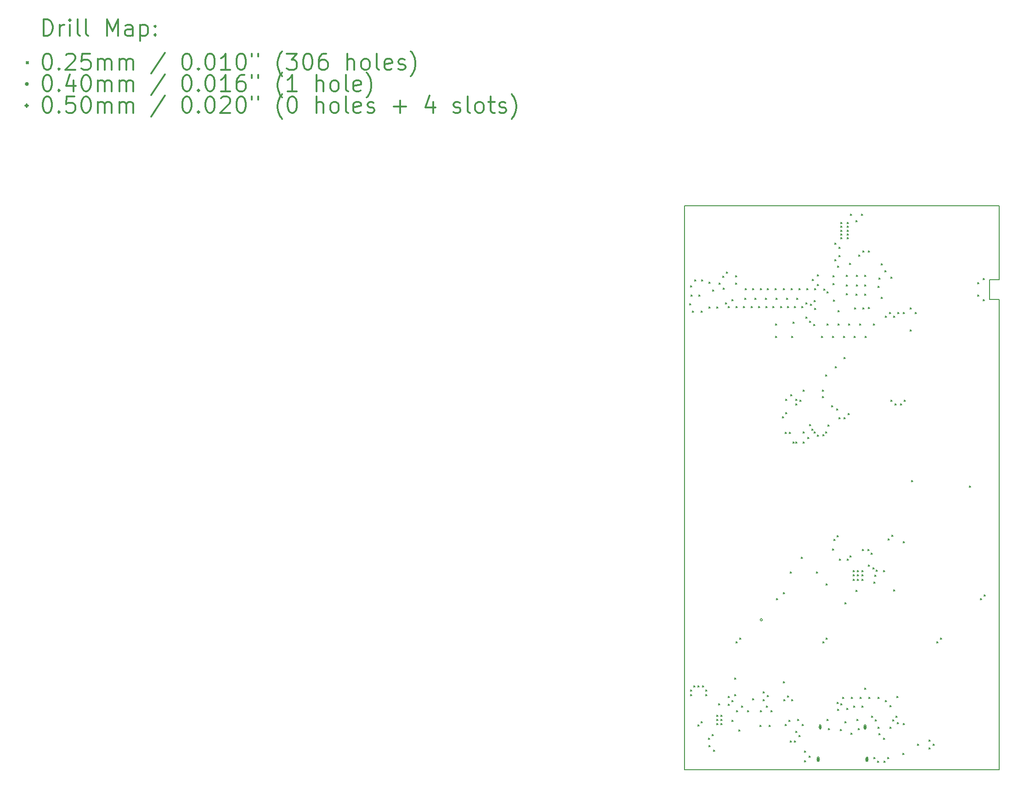
<source format=gbr>
%FSLAX45Y45*%
G04 Gerber Fmt 4.5, Leading zero omitted, Abs format (unit mm)*
G04 Created by KiCad (PCBNEW (5.1.6-0-10_14)) date 2020-08-16 20:11:17*
%MOMM*%
%LPD*%
G01*
G04 APERTURE LIST*
%TA.AperFunction,Profile*%
%ADD10C,0.150000*%
%TD*%
%ADD11C,0.200000*%
%ADD12C,0.300000*%
G04 APERTURE END LIST*
D10*
X17900000Y-5325000D02*
X17900000Y-14000000D01*
X17900000Y-3600000D02*
X17900000Y-4965000D01*
X17720000Y-4965000D02*
X17900000Y-4965000D01*
X17720000Y-5325000D02*
X17720000Y-4965000D01*
X17900000Y-5325000D02*
X17720000Y-5325000D01*
X12100000Y-14000000D02*
X17900000Y-14000000D01*
X12100000Y-3600000D02*
X12100000Y-14000000D01*
X12100000Y-3600000D02*
X17900000Y-3600000D01*
D11*
X12197300Y-5407300D02*
X12222700Y-5432700D01*
X12222700Y-5407300D02*
X12197300Y-5432700D01*
X12207300Y-5077300D02*
X12232700Y-5102700D01*
X12232700Y-5077300D02*
X12207300Y-5102700D01*
X12207300Y-12527300D02*
X12232700Y-12552700D01*
X12232700Y-12527300D02*
X12207300Y-12552700D01*
X12207300Y-12607300D02*
X12232700Y-12632700D01*
X12232700Y-12607300D02*
X12207300Y-12632700D01*
X12217300Y-5247300D02*
X12242700Y-5272700D01*
X12242700Y-5247300D02*
X12217300Y-5272700D01*
X12247300Y-5537300D02*
X12272700Y-5562700D01*
X12272700Y-5537300D02*
X12247300Y-5562700D01*
X12267300Y-12447300D02*
X12292700Y-12472700D01*
X12292700Y-12447300D02*
X12267300Y-12472700D01*
X12287300Y-4967300D02*
X12312700Y-4992700D01*
X12312700Y-4967300D02*
X12287300Y-4992700D01*
X12344800Y-13167300D02*
X12370200Y-13192700D01*
X12370200Y-13167300D02*
X12344800Y-13192700D01*
X12347300Y-12447300D02*
X12372700Y-12472700D01*
X12372700Y-12447300D02*
X12347300Y-12472700D01*
X12367300Y-5247300D02*
X12392700Y-5272700D01*
X12392700Y-5247300D02*
X12367300Y-5272700D01*
X12402300Y-13112300D02*
X12427700Y-13137700D01*
X12427700Y-13112300D02*
X12402300Y-13137700D01*
X12407300Y-5537300D02*
X12432700Y-5562700D01*
X12432700Y-5537300D02*
X12407300Y-5562700D01*
X12417300Y-4967300D02*
X12442700Y-4992700D01*
X12442700Y-4967300D02*
X12417300Y-4992700D01*
X12427300Y-12447300D02*
X12452700Y-12472700D01*
X12452700Y-12447300D02*
X12427300Y-12472700D01*
X12487300Y-12527300D02*
X12512700Y-12552700D01*
X12512700Y-12527300D02*
X12487300Y-12552700D01*
X12487300Y-12607300D02*
X12512700Y-12632700D01*
X12512700Y-12607300D02*
X12487300Y-12632700D01*
X12538300Y-13414300D02*
X12563700Y-13439700D01*
X12563700Y-13414300D02*
X12538300Y-13439700D01*
X12546300Y-13549300D02*
X12571700Y-13574700D01*
X12571700Y-13549300D02*
X12546300Y-13574700D01*
X12547300Y-5007300D02*
X12572700Y-5032700D01*
X12572700Y-5007300D02*
X12547300Y-5032700D01*
X12547300Y-5467300D02*
X12572700Y-5492700D01*
X12572700Y-5467300D02*
X12547300Y-5492700D01*
X12609300Y-13350300D02*
X12634700Y-13375700D01*
X12634700Y-13350300D02*
X12609300Y-13375700D01*
X12617300Y-5147300D02*
X12642700Y-5172700D01*
X12642700Y-5147300D02*
X12617300Y-5172700D01*
X12632300Y-13638300D02*
X12657700Y-13663700D01*
X12657700Y-13638300D02*
X12632300Y-13663700D01*
X12697300Y-5467300D02*
X12722700Y-5492700D01*
X12722700Y-5467300D02*
X12697300Y-5492700D01*
X12723300Y-12776300D02*
X12748700Y-12801700D01*
X12748700Y-12776300D02*
X12723300Y-12801700D01*
X12732300Y-5027300D02*
X12757700Y-5052700D01*
X12757700Y-5027300D02*
X12732300Y-5052700D01*
X12804800Y-4899800D02*
X12830200Y-4925200D01*
X12830200Y-4899800D02*
X12804800Y-4925200D01*
X12812300Y-5117300D02*
X12837700Y-5142700D01*
X12837700Y-5117300D02*
X12812300Y-5142700D01*
X12857300Y-5387300D02*
X12882700Y-5412700D01*
X12882700Y-5387300D02*
X12857300Y-5412700D01*
X12872300Y-4817300D02*
X12897700Y-4842700D01*
X12897700Y-4817300D02*
X12872300Y-4842700D01*
X12903300Y-12645300D02*
X12928700Y-12670700D01*
X12928700Y-12645300D02*
X12903300Y-12670700D01*
X12905300Y-12789300D02*
X12930700Y-12814700D01*
X12930700Y-12789300D02*
X12905300Y-12814700D01*
X12907300Y-5457300D02*
X12932700Y-5482700D01*
X12932700Y-5457300D02*
X12907300Y-5482700D01*
X12969800Y-5327300D02*
X12995200Y-5352700D01*
X12995200Y-5327300D02*
X12969800Y-5352700D01*
X12972300Y-13079800D02*
X12997700Y-13105200D01*
X12997700Y-13079800D02*
X12972300Y-13105200D01*
X12974300Y-12717300D02*
X12999700Y-12742700D01*
X12999700Y-12717300D02*
X12974300Y-12742700D01*
X13027299Y-12307300D02*
X13052699Y-12332700D01*
X13052699Y-12307300D02*
X13027299Y-12332700D01*
X13027300Y-12607300D02*
X13052700Y-12632700D01*
X13052700Y-12607300D02*
X13027300Y-12632700D01*
X13037300Y-4887300D02*
X13062700Y-4912700D01*
X13062700Y-4887300D02*
X13037300Y-4912700D01*
X13044800Y-5027300D02*
X13070200Y-5052700D01*
X13070200Y-5027300D02*
X13044800Y-5052700D01*
X13047300Y-5457300D02*
X13072700Y-5482700D01*
X13072700Y-5457300D02*
X13047300Y-5482700D01*
X13052300Y-11637300D02*
X13077700Y-11662700D01*
X13077700Y-11637300D02*
X13052300Y-11662700D01*
X13059800Y-12907300D02*
X13085200Y-12932700D01*
X13085200Y-12907300D02*
X13059800Y-12932700D01*
X13099800Y-13264800D02*
X13125200Y-13290200D01*
X13125200Y-13264800D02*
X13099800Y-13290200D01*
X13117300Y-11572300D02*
X13142700Y-11597700D01*
X13142700Y-11572300D02*
X13117300Y-11597700D01*
X13147300Y-12822300D02*
X13172700Y-12847700D01*
X13172700Y-12822300D02*
X13147300Y-12847700D01*
X13187300Y-5457300D02*
X13212700Y-5482700D01*
X13212700Y-5457300D02*
X13187300Y-5482700D01*
X13207300Y-5307300D02*
X13232700Y-5332700D01*
X13232700Y-5307300D02*
X13207300Y-5332700D01*
X13217300Y-5127300D02*
X13242700Y-5152700D01*
X13242700Y-5127300D02*
X13217300Y-5152700D01*
X13259800Y-12907300D02*
X13285200Y-12932700D01*
X13285200Y-12907300D02*
X13259800Y-12932700D01*
X13327300Y-5457300D02*
X13352700Y-5482700D01*
X13352700Y-5457300D02*
X13327300Y-5482700D01*
X13354800Y-12684800D02*
X13380200Y-12710200D01*
X13380200Y-12684800D02*
X13354800Y-12710200D01*
X13357300Y-5127300D02*
X13382700Y-5152700D01*
X13382700Y-5127300D02*
X13357300Y-5152700D01*
X13397300Y-5307300D02*
X13422700Y-5332700D01*
X13422700Y-5307300D02*
X13397300Y-5332700D01*
X13467300Y-5457300D02*
X13492700Y-5482700D01*
X13492700Y-5457300D02*
X13467300Y-5482700D01*
X13493300Y-13177300D02*
X13518700Y-13202700D01*
X13518700Y-13177300D02*
X13493300Y-13202700D01*
X13497300Y-5127300D02*
X13522700Y-5152700D01*
X13522700Y-5127300D02*
X13497300Y-5152700D01*
X13499800Y-12907300D02*
X13525200Y-12932700D01*
X13525200Y-12907300D02*
X13499800Y-12932700D01*
X13552300Y-12557300D02*
X13577700Y-12582700D01*
X13577700Y-12557300D02*
X13552300Y-12582700D01*
X13552300Y-12702300D02*
X13577700Y-12727700D01*
X13577700Y-12702300D02*
X13552300Y-12727700D01*
X13587300Y-5307300D02*
X13612700Y-5332700D01*
X13612700Y-5307300D02*
X13587300Y-5332700D01*
X13597300Y-5457300D02*
X13622700Y-5482700D01*
X13622700Y-5457300D02*
X13597300Y-5482700D01*
X13604800Y-12822300D02*
X13630200Y-12847700D01*
X13630200Y-12822300D02*
X13604800Y-12847700D01*
X13622300Y-12629800D02*
X13647700Y-12655200D01*
X13647700Y-12629800D02*
X13622300Y-12655200D01*
X13627300Y-5127300D02*
X13652700Y-5152700D01*
X13652700Y-5127300D02*
X13627300Y-5152700D01*
X13656300Y-13177300D02*
X13681700Y-13202700D01*
X13681700Y-13177300D02*
X13656300Y-13202700D01*
X13692300Y-12907300D02*
X13717700Y-12932700D01*
X13717700Y-12907300D02*
X13692300Y-12932700D01*
X13727300Y-5457300D02*
X13752700Y-5482700D01*
X13752700Y-5457300D02*
X13727300Y-5482700D01*
X13767300Y-5127300D02*
X13792700Y-5152700D01*
X13792700Y-5127300D02*
X13767300Y-5152700D01*
X13777300Y-5777300D02*
X13802700Y-5802700D01*
X13802700Y-5777300D02*
X13777300Y-5802700D01*
X13777300Y-6002300D02*
X13802700Y-6027700D01*
X13802700Y-6002300D02*
X13777300Y-6027700D01*
X13787300Y-5307300D02*
X13812700Y-5332700D01*
X13812700Y-5307300D02*
X13787300Y-5332700D01*
X13797300Y-10837300D02*
X13822700Y-10862700D01*
X13822700Y-10837300D02*
X13797300Y-10862700D01*
X13867300Y-5457300D02*
X13892700Y-5482700D01*
X13892700Y-5457300D02*
X13867300Y-5482700D01*
X13907300Y-7487300D02*
X13932700Y-7512700D01*
X13932700Y-7487300D02*
X13907300Y-7512700D01*
X13917300Y-5127300D02*
X13942700Y-5152700D01*
X13942700Y-5127300D02*
X13917300Y-5152700D01*
X13917300Y-10727300D02*
X13942700Y-10752700D01*
X13942700Y-10727300D02*
X13917300Y-10752700D01*
X13917300Y-12372300D02*
X13942700Y-12397700D01*
X13942700Y-12372300D02*
X13917300Y-12397700D01*
X13927300Y-12705300D02*
X13952700Y-12730700D01*
X13952700Y-12705300D02*
X13927300Y-12730700D01*
X13952300Y-13159800D02*
X13977700Y-13185200D01*
X13977700Y-13159800D02*
X13952300Y-13185200D01*
X13957300Y-7777300D02*
X13982700Y-7802700D01*
X13982700Y-7777300D02*
X13957300Y-7802700D01*
X13967300Y-7167300D02*
X13992700Y-7192700D01*
X13992700Y-7167300D02*
X13967300Y-7192700D01*
X13967300Y-7407300D02*
X13992700Y-7432700D01*
X13992700Y-7407300D02*
X13967300Y-7432700D01*
X13977300Y-5307300D02*
X14002700Y-5332700D01*
X14002700Y-5307300D02*
X13977300Y-5332700D01*
X13997300Y-5457300D02*
X14022700Y-5482700D01*
X14022700Y-5457300D02*
X13997300Y-5482700D01*
X13999300Y-12635300D02*
X14024700Y-12660700D01*
X14024700Y-12635300D02*
X13999300Y-12660700D01*
X14022300Y-13084800D02*
X14047700Y-13110200D01*
X14047700Y-13084800D02*
X14022300Y-13110200D01*
X14032300Y-7777300D02*
X14057700Y-7802700D01*
X14057700Y-7777300D02*
X14032300Y-7802700D01*
X14052300Y-10349800D02*
X14077700Y-10375200D01*
X14077700Y-10349800D02*
X14052300Y-10375200D01*
X14057300Y-7082300D02*
X14082700Y-7107700D01*
X14082700Y-7082300D02*
X14057300Y-7107700D01*
X14067300Y-5127300D02*
X14092700Y-5152700D01*
X14092700Y-5127300D02*
X14067300Y-5152700D01*
X14073300Y-12704300D02*
X14098700Y-12729700D01*
X14098700Y-12704300D02*
X14073300Y-12729700D01*
X14077300Y-6002300D02*
X14102700Y-6027700D01*
X14102700Y-6002300D02*
X14077300Y-6027700D01*
X14097300Y-5742300D02*
X14122700Y-5767700D01*
X14122700Y-5742300D02*
X14097300Y-5767700D01*
X14097300Y-7957300D02*
X14122700Y-7982700D01*
X14122700Y-7957300D02*
X14097300Y-7982700D01*
X14127300Y-5457300D02*
X14152700Y-5482700D01*
X14152700Y-5457300D02*
X14127300Y-5482700D01*
X14147300Y-7167300D02*
X14172700Y-7192700D01*
X14172700Y-7167300D02*
X14147300Y-7192700D01*
X14147300Y-7252300D02*
X14172700Y-7277700D01*
X14172700Y-7252300D02*
X14147300Y-7277700D01*
X14152300Y-7957300D02*
X14177700Y-7982700D01*
X14177700Y-7957300D02*
X14152300Y-7982700D01*
X14152300Y-13287300D02*
X14177700Y-13312700D01*
X14177700Y-13287300D02*
X14152300Y-13312700D01*
X14167300Y-5307300D02*
X14192700Y-5332700D01*
X14192700Y-5307300D02*
X14167300Y-5332700D01*
X14181300Y-13070300D02*
X14206700Y-13095700D01*
X14206700Y-13070300D02*
X14181300Y-13095700D01*
X14207300Y-5127300D02*
X14232700Y-5152700D01*
X14232700Y-5127300D02*
X14207300Y-5152700D01*
X14207300Y-13362300D02*
X14232700Y-13387700D01*
X14232700Y-13362300D02*
X14207300Y-13387700D01*
X14222300Y-7182300D02*
X14247700Y-7207700D01*
X14247700Y-7182300D02*
X14222300Y-7207700D01*
X14254800Y-10074800D02*
X14280200Y-10100200D01*
X14280200Y-10074800D02*
X14254800Y-10100200D01*
X14257300Y-5457300D02*
X14282700Y-5482700D01*
X14282700Y-5457300D02*
X14257300Y-5482700D01*
X14265300Y-13159300D02*
X14290700Y-13184700D01*
X14290700Y-13159300D02*
X14265300Y-13184700D01*
X14282300Y-7767300D02*
X14307700Y-7792700D01*
X14307700Y-7767300D02*
X14282300Y-7792700D01*
X14282300Y-7957300D02*
X14307700Y-7982700D01*
X14307700Y-7957300D02*
X14282300Y-7982700D01*
X14287300Y-6992300D02*
X14312700Y-7017700D01*
X14312700Y-6992300D02*
X14287300Y-7017700D01*
X14310300Y-13652300D02*
X14335700Y-13677700D01*
X14335700Y-13652300D02*
X14310300Y-13677700D01*
X14310300Y-13832300D02*
X14335700Y-13857700D01*
X14335700Y-13832300D02*
X14310300Y-13857700D01*
X14335300Y-5653300D02*
X14360700Y-5678700D01*
X14360700Y-5653300D02*
X14335300Y-5678700D01*
X14337300Y-5387300D02*
X14362700Y-5412700D01*
X14362700Y-5387300D02*
X14337300Y-5412700D01*
X14352300Y-5127300D02*
X14377700Y-5152700D01*
X14377700Y-5127300D02*
X14352300Y-5152700D01*
X14367300Y-7867300D02*
X14392700Y-7892700D01*
X14392700Y-7867300D02*
X14367300Y-7892700D01*
X14397300Y-13742300D02*
X14422700Y-13767700D01*
X14422700Y-13742300D02*
X14397300Y-13767700D01*
X14406300Y-5727300D02*
X14431700Y-5752700D01*
X14431700Y-5727300D02*
X14406300Y-5752700D01*
X14407300Y-7632300D02*
X14432700Y-7657700D01*
X14432700Y-7632300D02*
X14407300Y-7657700D01*
X14422300Y-5417300D02*
X14447700Y-5442700D01*
X14447700Y-5417300D02*
X14422300Y-5442700D01*
X14447300Y-7717300D02*
X14472700Y-7742700D01*
X14472700Y-7717300D02*
X14447300Y-7742700D01*
X14457300Y-4957300D02*
X14482700Y-4982700D01*
X14482700Y-4957300D02*
X14457300Y-4982700D01*
X14478300Y-5785300D02*
X14503700Y-5810700D01*
X14503700Y-5785300D02*
X14478300Y-5810700D01*
X14487300Y-7768619D02*
X14512700Y-7794019D01*
X14512700Y-7768619D02*
X14487300Y-7794019D01*
X14492300Y-5344800D02*
X14517700Y-5370200D01*
X14517700Y-5344800D02*
X14492300Y-5370200D01*
X14494800Y-5489800D02*
X14520200Y-5515200D01*
X14520200Y-5489800D02*
X14494800Y-5515200D01*
X14497300Y-5127300D02*
X14522700Y-5152700D01*
X14522700Y-5127300D02*
X14497300Y-5152700D01*
X14532300Y-10352300D02*
X14557700Y-10377700D01*
X14557700Y-10352300D02*
X14532300Y-10377700D01*
X14547300Y-4867300D02*
X14572700Y-4892700D01*
X14572700Y-4867300D02*
X14547300Y-4892700D01*
X14547300Y-5047300D02*
X14572700Y-5072700D01*
X14572700Y-5047300D02*
X14547300Y-5072700D01*
X14547300Y-7827300D02*
X14572700Y-7852700D01*
X14572700Y-7827300D02*
X14547300Y-7852700D01*
X14627300Y-6002300D02*
X14652700Y-6027700D01*
X14652700Y-6002300D02*
X14627300Y-6027700D01*
X14642300Y-6992300D02*
X14667700Y-7017700D01*
X14667700Y-6992300D02*
X14642300Y-7017700D01*
X14642300Y-7112300D02*
X14667700Y-7137700D01*
X14667700Y-7112300D02*
X14642300Y-7137700D01*
X14647300Y-7817300D02*
X14672700Y-7842700D01*
X14672700Y-7817300D02*
X14647300Y-7842700D01*
X14652300Y-11637300D02*
X14677700Y-11662700D01*
X14677700Y-11637300D02*
X14652300Y-11662700D01*
X14667300Y-5137300D02*
X14692700Y-5162700D01*
X14692700Y-5137300D02*
X14667300Y-5162700D01*
X14697300Y-7767300D02*
X14722700Y-7792700D01*
X14722700Y-7767300D02*
X14697300Y-7792700D01*
X14702300Y-6717300D02*
X14727700Y-6742700D01*
X14727700Y-6717300D02*
X14702300Y-6742700D01*
X14709800Y-10567300D02*
X14735200Y-10592700D01*
X14735200Y-10567300D02*
X14709800Y-10592700D01*
X14712300Y-11572300D02*
X14737700Y-11597700D01*
X14737700Y-11572300D02*
X14712300Y-11597700D01*
X14727300Y-5187300D02*
X14752700Y-5212700D01*
X14752700Y-5187300D02*
X14727300Y-5212700D01*
X14727300Y-5777300D02*
X14752700Y-5802700D01*
X14752700Y-5777300D02*
X14727300Y-5802700D01*
X14727300Y-13067300D02*
X14752700Y-13092700D01*
X14752700Y-13067300D02*
X14727300Y-13092700D01*
X14742300Y-7637300D02*
X14767700Y-7662700D01*
X14767700Y-7637300D02*
X14742300Y-7662700D01*
X14752300Y-13232300D02*
X14777700Y-13257700D01*
X14777700Y-13232300D02*
X14752300Y-13257700D01*
X14812300Y-7287300D02*
X14837700Y-7312700D01*
X14837700Y-7287300D02*
X14812300Y-7312700D01*
X14827300Y-6002300D02*
X14852700Y-6027700D01*
X14852700Y-6002300D02*
X14827300Y-6027700D01*
X14829800Y-9927300D02*
X14855200Y-9952700D01*
X14855200Y-9927300D02*
X14829800Y-9952700D01*
X14839284Y-5035939D02*
X14864684Y-5061339D01*
X14864684Y-5035939D02*
X14839284Y-5061339D01*
X14839300Y-4886300D02*
X14864700Y-4911700D01*
X14864700Y-4886300D02*
X14839300Y-4911700D01*
X14846300Y-5337300D02*
X14871700Y-5362700D01*
X14871700Y-5337300D02*
X14846300Y-5362700D01*
X14852300Y-9747300D02*
X14877700Y-9772700D01*
X14877700Y-9747300D02*
X14852300Y-9772700D01*
X14869800Y-4289800D02*
X14895200Y-4315200D01*
X14895200Y-4289800D02*
X14869800Y-4315200D01*
X14869800Y-4592300D02*
X14895200Y-4617700D01*
X14895200Y-4592300D02*
X14869800Y-4617700D01*
X14877300Y-6562300D02*
X14902700Y-6587700D01*
X14902700Y-6562300D02*
X14877300Y-6587700D01*
X14899800Y-7339800D02*
X14925200Y-7365200D01*
X14925200Y-7339800D02*
X14899800Y-7365200D01*
X14912300Y-9682300D02*
X14937700Y-9707700D01*
X14937700Y-9682300D02*
X14912300Y-9707700D01*
X14914800Y-12749800D02*
X14940200Y-12775200D01*
X14940200Y-12749800D02*
X14914800Y-12775200D01*
X14917300Y-12877300D02*
X14942700Y-12902700D01*
X14942700Y-12877300D02*
X14917300Y-12902700D01*
X14918300Y-4713300D02*
X14943700Y-4738700D01*
X14943700Y-4713300D02*
X14918300Y-4738700D01*
X14927300Y-5777300D02*
X14952700Y-5802700D01*
X14952700Y-5777300D02*
X14927300Y-5802700D01*
X14932300Y-5532300D02*
X14957700Y-5557700D01*
X14957700Y-5532300D02*
X14932300Y-5557700D01*
X14942300Y-4362300D02*
X14967700Y-4387700D01*
X14967700Y-4362300D02*
X14942300Y-4387700D01*
X14942300Y-4519800D02*
X14967700Y-4545200D01*
X14967700Y-4519800D02*
X14942300Y-4545200D01*
X14944800Y-7504800D02*
X14970200Y-7530200D01*
X14970200Y-7504800D02*
X14944800Y-7530200D01*
X14952300Y-10114800D02*
X14977700Y-10140200D01*
X14977700Y-10114800D02*
X14952300Y-10140200D01*
X14974800Y-13257300D02*
X15000200Y-13282700D01*
X15000200Y-13257300D02*
X14974800Y-13282700D01*
X14977300Y-3907300D02*
X15002700Y-3932700D01*
X15002700Y-3907300D02*
X14977300Y-3932700D01*
X14977300Y-3977300D02*
X15002700Y-4002700D01*
X15002700Y-3977300D02*
X14977300Y-4002700D01*
X14977300Y-4047300D02*
X15002700Y-4072700D01*
X15002700Y-4047300D02*
X14977300Y-4072700D01*
X14977300Y-4117300D02*
X15002700Y-4142700D01*
X15002700Y-4117300D02*
X14977300Y-4142700D01*
X14977300Y-4187300D02*
X15002700Y-4212700D01*
X15002700Y-4187300D02*
X14977300Y-4212700D01*
X14977300Y-12782300D02*
X15002700Y-12807700D01*
X15002700Y-12782300D02*
X14977300Y-12807700D01*
X15014800Y-12659800D02*
X15040200Y-12685200D01*
X15040200Y-12659800D02*
X15014800Y-12685200D01*
X15027300Y-6002300D02*
X15052700Y-6027700D01*
X15052700Y-6002300D02*
X15027300Y-6027700D01*
X15042300Y-6397300D02*
X15067700Y-6422700D01*
X15067700Y-6397300D02*
X15042300Y-6422700D01*
X15042300Y-7502300D02*
X15067700Y-7527700D01*
X15067700Y-7502300D02*
X15042300Y-7527700D01*
X15052300Y-13107300D02*
X15077700Y-13132700D01*
X15077700Y-13107300D02*
X15052300Y-13132700D01*
X15054800Y-10917300D02*
X15080200Y-10942700D01*
X15080200Y-10917300D02*
X15054800Y-10942700D01*
X15080300Y-5222300D02*
X15105700Y-5247700D01*
X15105700Y-5222300D02*
X15080300Y-5247700D01*
X15081300Y-4879300D02*
X15106700Y-4904700D01*
X15106700Y-4879300D02*
X15081300Y-4904700D01*
X15082300Y-5057300D02*
X15107700Y-5082700D01*
X15107700Y-5057300D02*
X15082300Y-5082700D01*
X15087300Y-12862300D02*
X15112700Y-12887700D01*
X15112700Y-12862300D02*
X15087300Y-12887700D01*
X15094800Y-10114800D02*
X15120200Y-10140200D01*
X15120200Y-10114800D02*
X15094800Y-10140200D01*
X15097300Y-3907300D02*
X15122700Y-3932700D01*
X15122700Y-3907300D02*
X15097300Y-3932700D01*
X15097300Y-3977300D02*
X15122700Y-4002700D01*
X15122700Y-3977300D02*
X15097300Y-4002700D01*
X15097300Y-4047300D02*
X15122700Y-4072700D01*
X15122700Y-4047300D02*
X15097300Y-4072700D01*
X15097300Y-4117300D02*
X15122700Y-4142700D01*
X15122700Y-4117300D02*
X15097300Y-4142700D01*
X15097300Y-4187300D02*
X15122700Y-4212700D01*
X15122700Y-4187300D02*
X15097300Y-4212700D01*
X15114800Y-7424800D02*
X15140200Y-7450200D01*
X15140200Y-7424800D02*
X15114800Y-7450200D01*
X15127300Y-5777300D02*
X15152700Y-5802700D01*
X15152700Y-5777300D02*
X15127300Y-5802700D01*
X15136300Y-4662300D02*
X15161700Y-4687700D01*
X15161700Y-4662300D02*
X15136300Y-4687700D01*
X15147300Y-10052300D02*
X15172700Y-10077700D01*
X15172700Y-10052300D02*
X15147300Y-10077700D01*
X15155300Y-3755300D02*
X15180700Y-3780700D01*
X15180700Y-3755300D02*
X15155300Y-3780700D01*
X15162300Y-13319800D02*
X15187700Y-13345200D01*
X15187700Y-13319800D02*
X15162300Y-13345200D01*
X15172300Y-12657300D02*
X15197700Y-12682700D01*
X15197700Y-12657300D02*
X15172300Y-12682700D01*
X15217300Y-12819800D02*
X15242700Y-12845200D01*
X15242700Y-12819800D02*
X15217300Y-12845200D01*
X15227300Y-6002300D02*
X15252700Y-6027700D01*
X15252700Y-6002300D02*
X15227300Y-6027700D01*
X15237300Y-5477300D02*
X15262700Y-5502700D01*
X15262700Y-5477300D02*
X15237300Y-5502700D01*
X15259300Y-3873300D02*
X15284700Y-3898700D01*
X15284700Y-3873300D02*
X15259300Y-3898700D01*
X15262300Y-5227300D02*
X15287700Y-5252700D01*
X15287700Y-5227300D02*
X15262300Y-5252700D01*
X15262300Y-10687300D02*
X15287700Y-10712700D01*
X15287700Y-10687300D02*
X15262300Y-10712700D01*
X15263300Y-5057300D02*
X15288700Y-5082700D01*
X15288700Y-5057300D02*
X15263300Y-5082700D01*
X15267300Y-4880300D02*
X15292700Y-4905700D01*
X15292700Y-4880300D02*
X15267300Y-4905700D01*
X15277300Y-13067300D02*
X15302700Y-13092700D01*
X15302700Y-13067300D02*
X15277300Y-13092700D01*
X15302300Y-13237300D02*
X15327700Y-13262700D01*
X15327700Y-13237300D02*
X15302300Y-13262700D01*
X15312300Y-4503300D02*
X15337700Y-4528700D01*
X15337700Y-4503300D02*
X15312300Y-4528700D01*
X15327300Y-5777300D02*
X15352700Y-5802700D01*
X15352700Y-5777300D02*
X15327300Y-5802700D01*
X15332300Y-12657300D02*
X15357700Y-12682700D01*
X15357700Y-12657300D02*
X15332300Y-12682700D01*
X15361300Y-3755300D02*
X15386700Y-3780700D01*
X15386700Y-3755300D02*
X15361300Y-3780700D01*
X15367300Y-12819800D02*
X15392700Y-12845200D01*
X15392700Y-12819800D02*
X15367300Y-12845200D01*
X15380300Y-9930301D02*
X15405700Y-9955701D01*
X15405700Y-9930301D02*
X15380300Y-9955701D01*
X15387300Y-4432300D02*
X15412700Y-4457700D01*
X15412700Y-4432300D02*
X15387300Y-4457700D01*
X15387300Y-5477300D02*
X15412700Y-5502700D01*
X15412700Y-5477300D02*
X15387300Y-5502700D01*
X15416300Y-5056300D02*
X15441700Y-5081700D01*
X15441700Y-5056300D02*
X15416300Y-5081700D01*
X15417300Y-5225300D02*
X15442700Y-5250700D01*
X15442700Y-5225300D02*
X15417300Y-5250700D01*
X15417300Y-12492300D02*
X15442700Y-12517700D01*
X15442700Y-12492300D02*
X15417300Y-12517700D01*
X15420300Y-4880300D02*
X15445700Y-4905700D01*
X15445700Y-4880300D02*
X15420300Y-4905700D01*
X15427300Y-6002300D02*
X15452700Y-6027700D01*
X15452700Y-6002300D02*
X15427300Y-6027700D01*
X15477300Y-9932300D02*
X15502700Y-9957700D01*
X15502700Y-9932300D02*
X15477300Y-9957700D01*
X15486300Y-5471300D02*
X15511700Y-5496700D01*
X15511700Y-5471300D02*
X15486300Y-5496700D01*
X15487300Y-10222300D02*
X15512700Y-10247700D01*
X15512700Y-10222300D02*
X15487300Y-10247700D01*
X15488300Y-4433300D02*
X15513700Y-4458700D01*
X15513700Y-4433300D02*
X15488300Y-4458700D01*
X15497300Y-12657300D02*
X15522700Y-12682700D01*
X15522700Y-12657300D02*
X15497300Y-12682700D01*
X15542300Y-10002300D02*
X15567700Y-10027700D01*
X15567700Y-10002300D02*
X15542300Y-10027700D01*
X15549800Y-13007300D02*
X15575200Y-13032700D01*
X15575200Y-13007300D02*
X15549800Y-13032700D01*
X15568300Y-10276300D02*
X15593700Y-10301700D01*
X15593700Y-10276300D02*
X15568300Y-10301700D01*
X15577300Y-5777300D02*
X15602700Y-5802700D01*
X15602700Y-5777300D02*
X15577300Y-5802700D01*
X15586300Y-13768300D02*
X15611700Y-13793700D01*
X15611700Y-13768300D02*
X15586300Y-13793700D01*
X15592300Y-10537300D02*
X15617700Y-10562700D01*
X15617700Y-10537300D02*
X15592300Y-10562700D01*
X15610300Y-10404300D02*
X15635700Y-10429700D01*
X15635700Y-10404300D02*
X15610300Y-10429700D01*
X15614800Y-13072300D02*
X15640200Y-13097700D01*
X15640200Y-13072300D02*
X15614800Y-13097700D01*
X15634300Y-10316300D02*
X15659700Y-10341700D01*
X15659700Y-10316300D02*
X15634300Y-10341700D01*
X15660300Y-13840300D02*
X15685700Y-13865700D01*
X15685700Y-13840300D02*
X15660300Y-13865700D01*
X15662300Y-5086300D02*
X15687700Y-5111700D01*
X15687700Y-5086300D02*
X15662300Y-5111700D01*
X15662300Y-12657300D02*
X15687700Y-12682700D01*
X15687700Y-12657300D02*
X15662300Y-12682700D01*
X15662300Y-13212300D02*
X15687700Y-13237700D01*
X15687700Y-13212300D02*
X15662300Y-13237700D01*
X15679800Y-13332300D02*
X15705200Y-13357700D01*
X15705200Y-13332300D02*
X15679800Y-13357700D01*
X15682300Y-4932300D02*
X15707700Y-4957700D01*
X15707700Y-4932300D02*
X15682300Y-4957700D01*
X15727300Y-4672300D02*
X15752700Y-4697700D01*
X15752700Y-4672300D02*
X15727300Y-4697700D01*
X15727300Y-5286939D02*
X15752700Y-5312339D01*
X15752700Y-5286939D02*
X15727300Y-5312339D01*
X15764800Y-13417300D02*
X15790200Y-13442700D01*
X15790200Y-13417300D02*
X15764800Y-13442700D01*
X15769299Y-10325301D02*
X15794699Y-10350701D01*
X15794699Y-10325301D02*
X15769299Y-10350701D01*
X15773300Y-13840300D02*
X15798700Y-13865700D01*
X15798700Y-13840300D02*
X15773300Y-13865700D01*
X15792300Y-4797300D02*
X15817700Y-4822700D01*
X15817700Y-4797300D02*
X15792300Y-4822700D01*
X15802300Y-5637300D02*
X15827700Y-5662700D01*
X15827700Y-5637300D02*
X15802300Y-5662700D01*
X15804800Y-12719800D02*
X15830200Y-12745200D01*
X15830200Y-12719800D02*
X15804800Y-12745200D01*
X15844300Y-13770300D02*
X15869700Y-13795700D01*
X15869700Y-13770300D02*
X15844300Y-13795700D01*
X15852300Y-9737300D02*
X15877700Y-9762700D01*
X15877700Y-9737300D02*
X15852300Y-9762700D01*
X15877300Y-5567300D02*
X15902700Y-5592700D01*
X15902700Y-5567300D02*
X15877300Y-5592700D01*
X15884800Y-12809800D02*
X15910200Y-12835200D01*
X15910200Y-12809800D02*
X15884800Y-12835200D01*
X15884800Y-13209800D02*
X15910200Y-13235200D01*
X15910200Y-13209800D02*
X15884800Y-13235200D01*
X15902300Y-4917300D02*
X15927700Y-4942700D01*
X15927700Y-4917300D02*
X15902300Y-4942700D01*
X15902300Y-7180300D02*
X15927700Y-7205700D01*
X15927700Y-7180300D02*
X15902300Y-7205700D01*
X15917300Y-9672300D02*
X15942700Y-9697700D01*
X15942700Y-9672300D02*
X15917300Y-9697700D01*
X15934800Y-13074800D02*
X15960200Y-13100200D01*
X15960200Y-13074800D02*
X15934800Y-13100200D01*
X15952300Y-5637300D02*
X15977700Y-5662700D01*
X15977700Y-5637300D02*
X15952300Y-5662700D01*
X15957300Y-10677300D02*
X15982700Y-10702700D01*
X15982700Y-10677300D02*
X15957300Y-10702700D01*
X15978300Y-7252300D02*
X16003700Y-7277700D01*
X16003700Y-7252300D02*
X15978300Y-7277700D01*
X15999800Y-13009800D02*
X16025200Y-13035200D01*
X16025200Y-13009800D02*
X15999800Y-13035200D01*
X16009800Y-12639800D02*
X16035200Y-12665200D01*
X16035200Y-12639800D02*
X16009800Y-12665200D01*
X16017300Y-13129800D02*
X16042700Y-13155200D01*
X16042700Y-13129800D02*
X16017300Y-13155200D01*
X16027300Y-5567300D02*
X16052700Y-5592700D01*
X16052700Y-5567300D02*
X16027300Y-5592700D01*
X16078300Y-7253300D02*
X16103700Y-7278700D01*
X16103700Y-7253300D02*
X16078300Y-7278700D01*
X16119800Y-13694800D02*
X16145200Y-13720200D01*
X16145200Y-13694800D02*
X16119800Y-13720200D01*
X16127300Y-5569800D02*
X16152700Y-5595200D01*
X16152700Y-5569800D02*
X16127300Y-5595200D01*
X16127300Y-13144300D02*
X16152700Y-13169700D01*
X16152700Y-13144300D02*
X16127300Y-13169700D01*
X16132300Y-9792300D02*
X16157700Y-9817700D01*
X16157700Y-9792300D02*
X16132300Y-9817700D01*
X16149300Y-7182300D02*
X16174700Y-7207700D01*
X16174700Y-7182300D02*
X16149300Y-7207700D01*
X16254300Y-5888300D02*
X16279700Y-5913700D01*
X16279700Y-5888300D02*
X16254300Y-5913700D01*
X16259300Y-5479300D02*
X16284700Y-5504700D01*
X16284700Y-5479300D02*
X16259300Y-5504700D01*
X16287300Y-8667300D02*
X16312700Y-8692700D01*
X16312700Y-8667300D02*
X16287300Y-8692700D01*
X16348300Y-5562300D02*
X16373700Y-5587700D01*
X16373700Y-5562300D02*
X16348300Y-5587700D01*
X16397300Y-13522300D02*
X16422700Y-13547700D01*
X16422700Y-13522300D02*
X16397300Y-13547700D01*
X16609300Y-13449300D02*
X16634700Y-13474700D01*
X16634700Y-13449300D02*
X16609300Y-13474700D01*
X16609300Y-13594300D02*
X16634700Y-13619700D01*
X16634700Y-13594300D02*
X16609300Y-13619700D01*
X16680300Y-13523300D02*
X16705700Y-13548700D01*
X16705700Y-13523300D02*
X16680300Y-13548700D01*
X16752300Y-11637300D02*
X16777700Y-11662700D01*
X16777700Y-11637300D02*
X16752300Y-11662700D01*
X16817300Y-11572300D02*
X16842700Y-11597700D01*
X16842700Y-11572300D02*
X16817300Y-11597700D01*
X17347300Y-8767300D02*
X17372700Y-8792700D01*
X17372700Y-8767300D02*
X17347300Y-8792700D01*
X17502300Y-5017300D02*
X17527700Y-5042700D01*
X17527700Y-5017300D02*
X17502300Y-5042700D01*
X17502300Y-5247300D02*
X17527700Y-5272700D01*
X17527700Y-5247300D02*
X17502300Y-5272700D01*
X17552300Y-10837300D02*
X17577700Y-10862700D01*
X17577700Y-10837300D02*
X17552300Y-10862700D01*
X17607300Y-4937300D02*
X17632700Y-4962700D01*
X17632700Y-4937300D02*
X17607300Y-4962700D01*
X17607300Y-5327300D02*
X17632700Y-5352700D01*
X17632700Y-5327300D02*
X17607300Y-5352700D01*
X17617300Y-10772300D02*
X17642700Y-10797700D01*
X17642700Y-10772300D02*
X17617300Y-10797700D01*
X15208560Y-10323560D02*
X15233960Y-10348960D01*
X15233960Y-10323560D02*
X15208560Y-10348960D01*
X15208560Y-10402300D02*
X15233960Y-10427700D01*
X15233960Y-10402300D02*
X15208560Y-10427700D01*
X15208560Y-10481040D02*
X15233960Y-10506440D01*
X15233960Y-10481040D02*
X15208560Y-10506440D01*
X15287300Y-10323560D02*
X15312700Y-10348960D01*
X15312700Y-10323560D02*
X15287300Y-10348960D01*
X15287300Y-10402300D02*
X15312700Y-10427700D01*
X15312700Y-10402300D02*
X15287300Y-10427700D01*
X15287300Y-10481040D02*
X15312700Y-10506440D01*
X15312700Y-10481040D02*
X15287300Y-10506440D01*
X15366040Y-10323560D02*
X15391440Y-10348960D01*
X15391440Y-10323560D02*
X15366040Y-10348960D01*
X15366040Y-10402300D02*
X15391440Y-10427700D01*
X15391440Y-10402300D02*
X15366040Y-10427700D01*
X15366040Y-10481040D02*
X15391440Y-10506440D01*
X15391440Y-10481040D02*
X15366040Y-10506440D01*
X14047930Y-13467300D02*
X14073330Y-13492700D01*
X14073330Y-13467300D02*
X14047930Y-13492700D01*
X14126670Y-13467300D02*
X14152070Y-13492700D01*
X14152070Y-13467300D02*
X14126670Y-13492700D01*
X12690430Y-12988560D02*
X12715830Y-13013960D01*
X12715830Y-12988560D02*
X12690430Y-13013960D01*
X12690430Y-13067300D02*
X12715830Y-13092700D01*
X12715830Y-13067300D02*
X12690430Y-13092700D01*
X12690430Y-13146040D02*
X12715830Y-13171440D01*
X12715830Y-13146040D02*
X12690430Y-13171440D01*
X12769170Y-12988560D02*
X12794570Y-13013960D01*
X12794570Y-12988560D02*
X12769170Y-13013960D01*
X12769170Y-13067300D02*
X12794570Y-13092700D01*
X12794570Y-13067300D02*
X12769170Y-13092700D01*
X12769170Y-13146040D02*
X12794570Y-13171440D01*
X12794570Y-13146040D02*
X12769170Y-13171440D01*
X13535000Y-11235000D02*
G75*
G03*
X13535000Y-11235000I-20000J0D01*
G01*
X14566000Y-13780000D02*
X14566000Y-13830000D01*
X14541000Y-13805000D02*
X14591000Y-13805000D01*
X14581000Y-13835000D02*
X14581000Y-13775000D01*
X14551000Y-13835000D02*
X14551000Y-13775000D01*
X14581000Y-13775000D02*
G75*
G03*
X14551000Y-13775000I-15000J0D01*
G01*
X14551000Y-13835000D02*
G75*
G03*
X14581000Y-13835000I15000J0D01*
G01*
X14602000Y-13185000D02*
X14602000Y-13235000D01*
X14577000Y-13210000D02*
X14627000Y-13210000D01*
X14617000Y-13240000D02*
X14617000Y-13180000D01*
X14587000Y-13240000D02*
X14587000Y-13180000D01*
X14617000Y-13180000D02*
G75*
G03*
X14587000Y-13180000I-15000J0D01*
G01*
X14587000Y-13240000D02*
G75*
G03*
X14617000Y-13240000I15000J0D01*
G01*
X15428000Y-13185000D02*
X15428000Y-13235000D01*
X15403000Y-13210000D02*
X15453000Y-13210000D01*
X15443000Y-13240000D02*
X15443000Y-13180000D01*
X15413000Y-13240000D02*
X15413000Y-13180000D01*
X15443000Y-13180000D02*
G75*
G03*
X15413000Y-13180000I-15000J0D01*
G01*
X15413000Y-13240000D02*
G75*
G03*
X15443000Y-13240000I15000J0D01*
G01*
X15464000Y-13780000D02*
X15464000Y-13830000D01*
X15439000Y-13805000D02*
X15489000Y-13805000D01*
X15479000Y-13835000D02*
X15479000Y-13775000D01*
X15449000Y-13835000D02*
X15449000Y-13775000D01*
X15479000Y-13775000D02*
G75*
G03*
X15449000Y-13775000I-15000J0D01*
G01*
X15449000Y-13835000D02*
G75*
G03*
X15479000Y-13835000I15000J0D01*
G01*
D12*
X286429Y-465714D02*
X286429Y-165714D01*
X357857Y-165714D01*
X400714Y-180000D01*
X429286Y-208571D01*
X443571Y-237143D01*
X457857Y-294286D01*
X457857Y-337143D01*
X443571Y-394286D01*
X429286Y-422857D01*
X400714Y-451428D01*
X357857Y-465714D01*
X286429Y-465714D01*
X586429Y-465714D02*
X586429Y-265714D01*
X586429Y-322857D02*
X600714Y-294286D01*
X615000Y-280000D01*
X643571Y-265714D01*
X672143Y-265714D01*
X772143Y-465714D02*
X772143Y-265714D01*
X772143Y-165714D02*
X757857Y-180000D01*
X772143Y-194286D01*
X786428Y-180000D01*
X772143Y-165714D01*
X772143Y-194286D01*
X957857Y-465714D02*
X929286Y-451428D01*
X915000Y-422857D01*
X915000Y-165714D01*
X1115000Y-465714D02*
X1086429Y-451428D01*
X1072143Y-422857D01*
X1072143Y-165714D01*
X1457857Y-465714D02*
X1457857Y-165714D01*
X1557857Y-380000D01*
X1657857Y-165714D01*
X1657857Y-465714D01*
X1929286Y-465714D02*
X1929286Y-308571D01*
X1915000Y-280000D01*
X1886428Y-265714D01*
X1829286Y-265714D01*
X1800714Y-280000D01*
X1929286Y-451428D02*
X1900714Y-465714D01*
X1829286Y-465714D01*
X1800714Y-451428D01*
X1786428Y-422857D01*
X1786428Y-394286D01*
X1800714Y-365714D01*
X1829286Y-351428D01*
X1900714Y-351428D01*
X1929286Y-337143D01*
X2072143Y-265714D02*
X2072143Y-565714D01*
X2072143Y-280000D02*
X2100714Y-265714D01*
X2157857Y-265714D01*
X2186429Y-280000D01*
X2200714Y-294286D01*
X2215000Y-322857D01*
X2215000Y-408571D01*
X2200714Y-437143D01*
X2186429Y-451428D01*
X2157857Y-465714D01*
X2100714Y-465714D01*
X2072143Y-451428D01*
X2343571Y-437143D02*
X2357857Y-451428D01*
X2343571Y-465714D01*
X2329286Y-451428D01*
X2343571Y-437143D01*
X2343571Y-465714D01*
X2343571Y-280000D02*
X2357857Y-294286D01*
X2343571Y-308571D01*
X2329286Y-294286D01*
X2343571Y-280000D01*
X2343571Y-308571D01*
X-25400Y-947300D02*
X0Y-972700D01*
X0Y-947300D02*
X-25400Y-972700D01*
X343571Y-795714D02*
X372143Y-795714D01*
X400714Y-810000D01*
X415000Y-824286D01*
X429286Y-852857D01*
X443571Y-910000D01*
X443571Y-981428D01*
X429286Y-1038571D01*
X415000Y-1067143D01*
X400714Y-1081429D01*
X372143Y-1095714D01*
X343571Y-1095714D01*
X315000Y-1081429D01*
X300714Y-1067143D01*
X286429Y-1038571D01*
X272143Y-981428D01*
X272143Y-910000D01*
X286429Y-852857D01*
X300714Y-824286D01*
X315000Y-810000D01*
X343571Y-795714D01*
X572143Y-1067143D02*
X586429Y-1081429D01*
X572143Y-1095714D01*
X557857Y-1081429D01*
X572143Y-1067143D01*
X572143Y-1095714D01*
X700714Y-824286D02*
X715000Y-810000D01*
X743571Y-795714D01*
X815000Y-795714D01*
X843571Y-810000D01*
X857857Y-824286D01*
X872143Y-852857D01*
X872143Y-881428D01*
X857857Y-924286D01*
X686429Y-1095714D01*
X872143Y-1095714D01*
X1143571Y-795714D02*
X1000714Y-795714D01*
X986428Y-938571D01*
X1000714Y-924286D01*
X1029286Y-910000D01*
X1100714Y-910000D01*
X1129286Y-924286D01*
X1143571Y-938571D01*
X1157857Y-967143D01*
X1157857Y-1038571D01*
X1143571Y-1067143D01*
X1129286Y-1081429D01*
X1100714Y-1095714D01*
X1029286Y-1095714D01*
X1000714Y-1081429D01*
X986428Y-1067143D01*
X1286429Y-1095714D02*
X1286429Y-895714D01*
X1286429Y-924286D02*
X1300714Y-910000D01*
X1329286Y-895714D01*
X1372143Y-895714D01*
X1400714Y-910000D01*
X1415000Y-938571D01*
X1415000Y-1095714D01*
X1415000Y-938571D02*
X1429286Y-910000D01*
X1457857Y-895714D01*
X1500714Y-895714D01*
X1529286Y-910000D01*
X1543571Y-938571D01*
X1543571Y-1095714D01*
X1686428Y-1095714D02*
X1686428Y-895714D01*
X1686428Y-924286D02*
X1700714Y-910000D01*
X1729286Y-895714D01*
X1772143Y-895714D01*
X1800714Y-910000D01*
X1815000Y-938571D01*
X1815000Y-1095714D01*
X1815000Y-938571D02*
X1829286Y-910000D01*
X1857857Y-895714D01*
X1900714Y-895714D01*
X1929286Y-910000D01*
X1943571Y-938571D01*
X1943571Y-1095714D01*
X2529286Y-781428D02*
X2272143Y-1167143D01*
X2915000Y-795714D02*
X2943571Y-795714D01*
X2972143Y-810000D01*
X2986428Y-824286D01*
X3000714Y-852857D01*
X3015000Y-910000D01*
X3015000Y-981428D01*
X3000714Y-1038571D01*
X2986428Y-1067143D01*
X2972143Y-1081429D01*
X2943571Y-1095714D01*
X2915000Y-1095714D01*
X2886428Y-1081429D01*
X2872143Y-1067143D01*
X2857857Y-1038571D01*
X2843571Y-981428D01*
X2843571Y-910000D01*
X2857857Y-852857D01*
X2872143Y-824286D01*
X2886428Y-810000D01*
X2915000Y-795714D01*
X3143571Y-1067143D02*
X3157857Y-1081429D01*
X3143571Y-1095714D01*
X3129286Y-1081429D01*
X3143571Y-1067143D01*
X3143571Y-1095714D01*
X3343571Y-795714D02*
X3372143Y-795714D01*
X3400714Y-810000D01*
X3415000Y-824286D01*
X3429286Y-852857D01*
X3443571Y-910000D01*
X3443571Y-981428D01*
X3429286Y-1038571D01*
X3415000Y-1067143D01*
X3400714Y-1081429D01*
X3372143Y-1095714D01*
X3343571Y-1095714D01*
X3315000Y-1081429D01*
X3300714Y-1067143D01*
X3286428Y-1038571D01*
X3272143Y-981428D01*
X3272143Y-910000D01*
X3286428Y-852857D01*
X3300714Y-824286D01*
X3315000Y-810000D01*
X3343571Y-795714D01*
X3729286Y-1095714D02*
X3557857Y-1095714D01*
X3643571Y-1095714D02*
X3643571Y-795714D01*
X3615000Y-838571D01*
X3586428Y-867143D01*
X3557857Y-881428D01*
X3915000Y-795714D02*
X3943571Y-795714D01*
X3972143Y-810000D01*
X3986428Y-824286D01*
X4000714Y-852857D01*
X4015000Y-910000D01*
X4015000Y-981428D01*
X4000714Y-1038571D01*
X3986428Y-1067143D01*
X3972143Y-1081429D01*
X3943571Y-1095714D01*
X3915000Y-1095714D01*
X3886428Y-1081429D01*
X3872143Y-1067143D01*
X3857857Y-1038571D01*
X3843571Y-981428D01*
X3843571Y-910000D01*
X3857857Y-852857D01*
X3872143Y-824286D01*
X3886428Y-810000D01*
X3915000Y-795714D01*
X4129286Y-795714D02*
X4129286Y-852857D01*
X4243571Y-795714D02*
X4243571Y-852857D01*
X4686429Y-1210000D02*
X4672143Y-1195714D01*
X4643571Y-1152857D01*
X4629286Y-1124286D01*
X4615000Y-1081429D01*
X4600714Y-1010000D01*
X4600714Y-952857D01*
X4615000Y-881428D01*
X4629286Y-838571D01*
X4643571Y-810000D01*
X4672143Y-767143D01*
X4686429Y-752857D01*
X4772143Y-795714D02*
X4957857Y-795714D01*
X4857857Y-910000D01*
X4900714Y-910000D01*
X4929286Y-924286D01*
X4943571Y-938571D01*
X4957857Y-967143D01*
X4957857Y-1038571D01*
X4943571Y-1067143D01*
X4929286Y-1081429D01*
X4900714Y-1095714D01*
X4815000Y-1095714D01*
X4786429Y-1081429D01*
X4772143Y-1067143D01*
X5143571Y-795714D02*
X5172143Y-795714D01*
X5200714Y-810000D01*
X5215000Y-824286D01*
X5229286Y-852857D01*
X5243571Y-910000D01*
X5243571Y-981428D01*
X5229286Y-1038571D01*
X5215000Y-1067143D01*
X5200714Y-1081429D01*
X5172143Y-1095714D01*
X5143571Y-1095714D01*
X5115000Y-1081429D01*
X5100714Y-1067143D01*
X5086429Y-1038571D01*
X5072143Y-981428D01*
X5072143Y-910000D01*
X5086429Y-852857D01*
X5100714Y-824286D01*
X5115000Y-810000D01*
X5143571Y-795714D01*
X5500714Y-795714D02*
X5443571Y-795714D01*
X5415000Y-810000D01*
X5400714Y-824286D01*
X5372143Y-867143D01*
X5357857Y-924286D01*
X5357857Y-1038571D01*
X5372143Y-1067143D01*
X5386429Y-1081429D01*
X5415000Y-1095714D01*
X5472143Y-1095714D01*
X5500714Y-1081429D01*
X5515000Y-1067143D01*
X5529286Y-1038571D01*
X5529286Y-967143D01*
X5515000Y-938571D01*
X5500714Y-924286D01*
X5472143Y-910000D01*
X5415000Y-910000D01*
X5386429Y-924286D01*
X5372143Y-938571D01*
X5357857Y-967143D01*
X5886428Y-1095714D02*
X5886428Y-795714D01*
X6015000Y-1095714D02*
X6015000Y-938571D01*
X6000714Y-910000D01*
X5972143Y-895714D01*
X5929286Y-895714D01*
X5900714Y-910000D01*
X5886428Y-924286D01*
X6200714Y-1095714D02*
X6172143Y-1081429D01*
X6157857Y-1067143D01*
X6143571Y-1038571D01*
X6143571Y-952857D01*
X6157857Y-924286D01*
X6172143Y-910000D01*
X6200714Y-895714D01*
X6243571Y-895714D01*
X6272143Y-910000D01*
X6286428Y-924286D01*
X6300714Y-952857D01*
X6300714Y-1038571D01*
X6286428Y-1067143D01*
X6272143Y-1081429D01*
X6243571Y-1095714D01*
X6200714Y-1095714D01*
X6472143Y-1095714D02*
X6443571Y-1081429D01*
X6429286Y-1052857D01*
X6429286Y-795714D01*
X6700714Y-1081429D02*
X6672143Y-1095714D01*
X6615000Y-1095714D01*
X6586428Y-1081429D01*
X6572143Y-1052857D01*
X6572143Y-938571D01*
X6586428Y-910000D01*
X6615000Y-895714D01*
X6672143Y-895714D01*
X6700714Y-910000D01*
X6715000Y-938571D01*
X6715000Y-967143D01*
X6572143Y-995714D01*
X6829286Y-1081429D02*
X6857857Y-1095714D01*
X6915000Y-1095714D01*
X6943571Y-1081429D01*
X6957857Y-1052857D01*
X6957857Y-1038571D01*
X6943571Y-1010000D01*
X6915000Y-995714D01*
X6872143Y-995714D01*
X6843571Y-981428D01*
X6829286Y-952857D01*
X6829286Y-938571D01*
X6843571Y-910000D01*
X6872143Y-895714D01*
X6915000Y-895714D01*
X6943571Y-910000D01*
X7057857Y-1210000D02*
X7072143Y-1195714D01*
X7100714Y-1152857D01*
X7115000Y-1124286D01*
X7129286Y-1081429D01*
X7143571Y-1010000D01*
X7143571Y-952857D01*
X7129286Y-881428D01*
X7115000Y-838571D01*
X7100714Y-810000D01*
X7072143Y-767143D01*
X7057857Y-752857D01*
X0Y-1356000D02*
G75*
G03*
X0Y-1356000I-20000J0D01*
G01*
X343571Y-1191714D02*
X372143Y-1191714D01*
X400714Y-1206000D01*
X415000Y-1220286D01*
X429286Y-1248857D01*
X443571Y-1306000D01*
X443571Y-1377429D01*
X429286Y-1434571D01*
X415000Y-1463143D01*
X400714Y-1477428D01*
X372143Y-1491714D01*
X343571Y-1491714D01*
X315000Y-1477428D01*
X300714Y-1463143D01*
X286429Y-1434571D01*
X272143Y-1377429D01*
X272143Y-1306000D01*
X286429Y-1248857D01*
X300714Y-1220286D01*
X315000Y-1206000D01*
X343571Y-1191714D01*
X572143Y-1463143D02*
X586429Y-1477428D01*
X572143Y-1491714D01*
X557857Y-1477428D01*
X572143Y-1463143D01*
X572143Y-1491714D01*
X843571Y-1291714D02*
X843571Y-1491714D01*
X772143Y-1177429D02*
X700714Y-1391714D01*
X886428Y-1391714D01*
X1057857Y-1191714D02*
X1086429Y-1191714D01*
X1115000Y-1206000D01*
X1129286Y-1220286D01*
X1143571Y-1248857D01*
X1157857Y-1306000D01*
X1157857Y-1377429D01*
X1143571Y-1434571D01*
X1129286Y-1463143D01*
X1115000Y-1477428D01*
X1086429Y-1491714D01*
X1057857Y-1491714D01*
X1029286Y-1477428D01*
X1015000Y-1463143D01*
X1000714Y-1434571D01*
X986428Y-1377429D01*
X986428Y-1306000D01*
X1000714Y-1248857D01*
X1015000Y-1220286D01*
X1029286Y-1206000D01*
X1057857Y-1191714D01*
X1286429Y-1491714D02*
X1286429Y-1291714D01*
X1286429Y-1320286D02*
X1300714Y-1306000D01*
X1329286Y-1291714D01*
X1372143Y-1291714D01*
X1400714Y-1306000D01*
X1415000Y-1334571D01*
X1415000Y-1491714D01*
X1415000Y-1334571D02*
X1429286Y-1306000D01*
X1457857Y-1291714D01*
X1500714Y-1291714D01*
X1529286Y-1306000D01*
X1543571Y-1334571D01*
X1543571Y-1491714D01*
X1686428Y-1491714D02*
X1686428Y-1291714D01*
X1686428Y-1320286D02*
X1700714Y-1306000D01*
X1729286Y-1291714D01*
X1772143Y-1291714D01*
X1800714Y-1306000D01*
X1815000Y-1334571D01*
X1815000Y-1491714D01*
X1815000Y-1334571D02*
X1829286Y-1306000D01*
X1857857Y-1291714D01*
X1900714Y-1291714D01*
X1929286Y-1306000D01*
X1943571Y-1334571D01*
X1943571Y-1491714D01*
X2529286Y-1177429D02*
X2272143Y-1563143D01*
X2915000Y-1191714D02*
X2943571Y-1191714D01*
X2972143Y-1206000D01*
X2986428Y-1220286D01*
X3000714Y-1248857D01*
X3015000Y-1306000D01*
X3015000Y-1377429D01*
X3000714Y-1434571D01*
X2986428Y-1463143D01*
X2972143Y-1477428D01*
X2943571Y-1491714D01*
X2915000Y-1491714D01*
X2886428Y-1477428D01*
X2872143Y-1463143D01*
X2857857Y-1434571D01*
X2843571Y-1377429D01*
X2843571Y-1306000D01*
X2857857Y-1248857D01*
X2872143Y-1220286D01*
X2886428Y-1206000D01*
X2915000Y-1191714D01*
X3143571Y-1463143D02*
X3157857Y-1477428D01*
X3143571Y-1491714D01*
X3129286Y-1477428D01*
X3143571Y-1463143D01*
X3143571Y-1491714D01*
X3343571Y-1191714D02*
X3372143Y-1191714D01*
X3400714Y-1206000D01*
X3415000Y-1220286D01*
X3429286Y-1248857D01*
X3443571Y-1306000D01*
X3443571Y-1377429D01*
X3429286Y-1434571D01*
X3415000Y-1463143D01*
X3400714Y-1477428D01*
X3372143Y-1491714D01*
X3343571Y-1491714D01*
X3315000Y-1477428D01*
X3300714Y-1463143D01*
X3286428Y-1434571D01*
X3272143Y-1377429D01*
X3272143Y-1306000D01*
X3286428Y-1248857D01*
X3300714Y-1220286D01*
X3315000Y-1206000D01*
X3343571Y-1191714D01*
X3729286Y-1491714D02*
X3557857Y-1491714D01*
X3643571Y-1491714D02*
X3643571Y-1191714D01*
X3615000Y-1234571D01*
X3586428Y-1263143D01*
X3557857Y-1277429D01*
X3986428Y-1191714D02*
X3929286Y-1191714D01*
X3900714Y-1206000D01*
X3886428Y-1220286D01*
X3857857Y-1263143D01*
X3843571Y-1320286D01*
X3843571Y-1434571D01*
X3857857Y-1463143D01*
X3872143Y-1477428D01*
X3900714Y-1491714D01*
X3957857Y-1491714D01*
X3986428Y-1477428D01*
X4000714Y-1463143D01*
X4015000Y-1434571D01*
X4015000Y-1363143D01*
X4000714Y-1334571D01*
X3986428Y-1320286D01*
X3957857Y-1306000D01*
X3900714Y-1306000D01*
X3872143Y-1320286D01*
X3857857Y-1334571D01*
X3843571Y-1363143D01*
X4129286Y-1191714D02*
X4129286Y-1248857D01*
X4243571Y-1191714D02*
X4243571Y-1248857D01*
X4686429Y-1606000D02*
X4672143Y-1591714D01*
X4643571Y-1548857D01*
X4629286Y-1520286D01*
X4615000Y-1477428D01*
X4600714Y-1406000D01*
X4600714Y-1348857D01*
X4615000Y-1277429D01*
X4629286Y-1234571D01*
X4643571Y-1206000D01*
X4672143Y-1163143D01*
X4686429Y-1148857D01*
X4957857Y-1491714D02*
X4786429Y-1491714D01*
X4872143Y-1491714D02*
X4872143Y-1191714D01*
X4843571Y-1234571D01*
X4815000Y-1263143D01*
X4786429Y-1277429D01*
X5315000Y-1491714D02*
X5315000Y-1191714D01*
X5443571Y-1491714D02*
X5443571Y-1334571D01*
X5429286Y-1306000D01*
X5400714Y-1291714D01*
X5357857Y-1291714D01*
X5329286Y-1306000D01*
X5315000Y-1320286D01*
X5629286Y-1491714D02*
X5600714Y-1477428D01*
X5586429Y-1463143D01*
X5572143Y-1434571D01*
X5572143Y-1348857D01*
X5586429Y-1320286D01*
X5600714Y-1306000D01*
X5629286Y-1291714D01*
X5672143Y-1291714D01*
X5700714Y-1306000D01*
X5715000Y-1320286D01*
X5729286Y-1348857D01*
X5729286Y-1434571D01*
X5715000Y-1463143D01*
X5700714Y-1477428D01*
X5672143Y-1491714D01*
X5629286Y-1491714D01*
X5900714Y-1491714D02*
X5872143Y-1477428D01*
X5857857Y-1448857D01*
X5857857Y-1191714D01*
X6129286Y-1477428D02*
X6100714Y-1491714D01*
X6043571Y-1491714D01*
X6015000Y-1477428D01*
X6000714Y-1448857D01*
X6000714Y-1334571D01*
X6015000Y-1306000D01*
X6043571Y-1291714D01*
X6100714Y-1291714D01*
X6129286Y-1306000D01*
X6143571Y-1334571D01*
X6143571Y-1363143D01*
X6000714Y-1391714D01*
X6243571Y-1606000D02*
X6257857Y-1591714D01*
X6286428Y-1548857D01*
X6300714Y-1520286D01*
X6315000Y-1477428D01*
X6329286Y-1406000D01*
X6329286Y-1348857D01*
X6315000Y-1277429D01*
X6300714Y-1234571D01*
X6286428Y-1206000D01*
X6257857Y-1163143D01*
X6243571Y-1148857D01*
X-25000Y-1727000D02*
X-25000Y-1777000D01*
X-50000Y-1752000D02*
X0Y-1752000D01*
X343571Y-1587714D02*
X372143Y-1587714D01*
X400714Y-1602000D01*
X415000Y-1616286D01*
X429286Y-1644857D01*
X443571Y-1702000D01*
X443571Y-1773428D01*
X429286Y-1830571D01*
X415000Y-1859143D01*
X400714Y-1873428D01*
X372143Y-1887714D01*
X343571Y-1887714D01*
X315000Y-1873428D01*
X300714Y-1859143D01*
X286429Y-1830571D01*
X272143Y-1773428D01*
X272143Y-1702000D01*
X286429Y-1644857D01*
X300714Y-1616286D01*
X315000Y-1602000D01*
X343571Y-1587714D01*
X572143Y-1859143D02*
X586429Y-1873428D01*
X572143Y-1887714D01*
X557857Y-1873428D01*
X572143Y-1859143D01*
X572143Y-1887714D01*
X857857Y-1587714D02*
X715000Y-1587714D01*
X700714Y-1730571D01*
X715000Y-1716286D01*
X743571Y-1702000D01*
X815000Y-1702000D01*
X843571Y-1716286D01*
X857857Y-1730571D01*
X872143Y-1759143D01*
X872143Y-1830571D01*
X857857Y-1859143D01*
X843571Y-1873428D01*
X815000Y-1887714D01*
X743571Y-1887714D01*
X715000Y-1873428D01*
X700714Y-1859143D01*
X1057857Y-1587714D02*
X1086429Y-1587714D01*
X1115000Y-1602000D01*
X1129286Y-1616286D01*
X1143571Y-1644857D01*
X1157857Y-1702000D01*
X1157857Y-1773428D01*
X1143571Y-1830571D01*
X1129286Y-1859143D01*
X1115000Y-1873428D01*
X1086429Y-1887714D01*
X1057857Y-1887714D01*
X1029286Y-1873428D01*
X1015000Y-1859143D01*
X1000714Y-1830571D01*
X986428Y-1773428D01*
X986428Y-1702000D01*
X1000714Y-1644857D01*
X1015000Y-1616286D01*
X1029286Y-1602000D01*
X1057857Y-1587714D01*
X1286429Y-1887714D02*
X1286429Y-1687714D01*
X1286429Y-1716286D02*
X1300714Y-1702000D01*
X1329286Y-1687714D01*
X1372143Y-1687714D01*
X1400714Y-1702000D01*
X1415000Y-1730571D01*
X1415000Y-1887714D01*
X1415000Y-1730571D02*
X1429286Y-1702000D01*
X1457857Y-1687714D01*
X1500714Y-1687714D01*
X1529286Y-1702000D01*
X1543571Y-1730571D01*
X1543571Y-1887714D01*
X1686428Y-1887714D02*
X1686428Y-1687714D01*
X1686428Y-1716286D02*
X1700714Y-1702000D01*
X1729286Y-1687714D01*
X1772143Y-1687714D01*
X1800714Y-1702000D01*
X1815000Y-1730571D01*
X1815000Y-1887714D01*
X1815000Y-1730571D02*
X1829286Y-1702000D01*
X1857857Y-1687714D01*
X1900714Y-1687714D01*
X1929286Y-1702000D01*
X1943571Y-1730571D01*
X1943571Y-1887714D01*
X2529286Y-1573428D02*
X2272143Y-1959143D01*
X2915000Y-1587714D02*
X2943571Y-1587714D01*
X2972143Y-1602000D01*
X2986428Y-1616286D01*
X3000714Y-1644857D01*
X3015000Y-1702000D01*
X3015000Y-1773428D01*
X3000714Y-1830571D01*
X2986428Y-1859143D01*
X2972143Y-1873428D01*
X2943571Y-1887714D01*
X2915000Y-1887714D01*
X2886428Y-1873428D01*
X2872143Y-1859143D01*
X2857857Y-1830571D01*
X2843571Y-1773428D01*
X2843571Y-1702000D01*
X2857857Y-1644857D01*
X2872143Y-1616286D01*
X2886428Y-1602000D01*
X2915000Y-1587714D01*
X3143571Y-1859143D02*
X3157857Y-1873428D01*
X3143571Y-1887714D01*
X3129286Y-1873428D01*
X3143571Y-1859143D01*
X3143571Y-1887714D01*
X3343571Y-1587714D02*
X3372143Y-1587714D01*
X3400714Y-1602000D01*
X3415000Y-1616286D01*
X3429286Y-1644857D01*
X3443571Y-1702000D01*
X3443571Y-1773428D01*
X3429286Y-1830571D01*
X3415000Y-1859143D01*
X3400714Y-1873428D01*
X3372143Y-1887714D01*
X3343571Y-1887714D01*
X3315000Y-1873428D01*
X3300714Y-1859143D01*
X3286428Y-1830571D01*
X3272143Y-1773428D01*
X3272143Y-1702000D01*
X3286428Y-1644857D01*
X3300714Y-1616286D01*
X3315000Y-1602000D01*
X3343571Y-1587714D01*
X3557857Y-1616286D02*
X3572143Y-1602000D01*
X3600714Y-1587714D01*
X3672143Y-1587714D01*
X3700714Y-1602000D01*
X3715000Y-1616286D01*
X3729286Y-1644857D01*
X3729286Y-1673428D01*
X3715000Y-1716286D01*
X3543571Y-1887714D01*
X3729286Y-1887714D01*
X3915000Y-1587714D02*
X3943571Y-1587714D01*
X3972143Y-1602000D01*
X3986428Y-1616286D01*
X4000714Y-1644857D01*
X4015000Y-1702000D01*
X4015000Y-1773428D01*
X4000714Y-1830571D01*
X3986428Y-1859143D01*
X3972143Y-1873428D01*
X3943571Y-1887714D01*
X3915000Y-1887714D01*
X3886428Y-1873428D01*
X3872143Y-1859143D01*
X3857857Y-1830571D01*
X3843571Y-1773428D01*
X3843571Y-1702000D01*
X3857857Y-1644857D01*
X3872143Y-1616286D01*
X3886428Y-1602000D01*
X3915000Y-1587714D01*
X4129286Y-1587714D02*
X4129286Y-1644857D01*
X4243571Y-1587714D02*
X4243571Y-1644857D01*
X4686429Y-2002000D02*
X4672143Y-1987714D01*
X4643571Y-1944857D01*
X4629286Y-1916286D01*
X4615000Y-1873428D01*
X4600714Y-1802000D01*
X4600714Y-1744857D01*
X4615000Y-1673428D01*
X4629286Y-1630571D01*
X4643571Y-1602000D01*
X4672143Y-1559143D01*
X4686429Y-1544857D01*
X4857857Y-1587714D02*
X4886429Y-1587714D01*
X4915000Y-1602000D01*
X4929286Y-1616286D01*
X4943571Y-1644857D01*
X4957857Y-1702000D01*
X4957857Y-1773428D01*
X4943571Y-1830571D01*
X4929286Y-1859143D01*
X4915000Y-1873428D01*
X4886429Y-1887714D01*
X4857857Y-1887714D01*
X4829286Y-1873428D01*
X4815000Y-1859143D01*
X4800714Y-1830571D01*
X4786429Y-1773428D01*
X4786429Y-1702000D01*
X4800714Y-1644857D01*
X4815000Y-1616286D01*
X4829286Y-1602000D01*
X4857857Y-1587714D01*
X5315000Y-1887714D02*
X5315000Y-1587714D01*
X5443571Y-1887714D02*
X5443571Y-1730571D01*
X5429286Y-1702000D01*
X5400714Y-1687714D01*
X5357857Y-1687714D01*
X5329286Y-1702000D01*
X5315000Y-1716286D01*
X5629286Y-1887714D02*
X5600714Y-1873428D01*
X5586429Y-1859143D01*
X5572143Y-1830571D01*
X5572143Y-1744857D01*
X5586429Y-1716286D01*
X5600714Y-1702000D01*
X5629286Y-1687714D01*
X5672143Y-1687714D01*
X5700714Y-1702000D01*
X5715000Y-1716286D01*
X5729286Y-1744857D01*
X5729286Y-1830571D01*
X5715000Y-1859143D01*
X5700714Y-1873428D01*
X5672143Y-1887714D01*
X5629286Y-1887714D01*
X5900714Y-1887714D02*
X5872143Y-1873428D01*
X5857857Y-1844857D01*
X5857857Y-1587714D01*
X6129286Y-1873428D02*
X6100714Y-1887714D01*
X6043571Y-1887714D01*
X6015000Y-1873428D01*
X6000714Y-1844857D01*
X6000714Y-1730571D01*
X6015000Y-1702000D01*
X6043571Y-1687714D01*
X6100714Y-1687714D01*
X6129286Y-1702000D01*
X6143571Y-1730571D01*
X6143571Y-1759143D01*
X6000714Y-1787714D01*
X6257857Y-1873428D02*
X6286428Y-1887714D01*
X6343571Y-1887714D01*
X6372143Y-1873428D01*
X6386428Y-1844857D01*
X6386428Y-1830571D01*
X6372143Y-1802000D01*
X6343571Y-1787714D01*
X6300714Y-1787714D01*
X6272143Y-1773428D01*
X6257857Y-1744857D01*
X6257857Y-1730571D01*
X6272143Y-1702000D01*
X6300714Y-1687714D01*
X6343571Y-1687714D01*
X6372143Y-1702000D01*
X6743571Y-1773428D02*
X6972143Y-1773428D01*
X6857857Y-1887714D02*
X6857857Y-1659143D01*
X7472143Y-1687714D02*
X7472143Y-1887714D01*
X7400714Y-1573428D02*
X7329286Y-1787714D01*
X7515000Y-1787714D01*
X7843571Y-1873428D02*
X7872143Y-1887714D01*
X7929286Y-1887714D01*
X7957857Y-1873428D01*
X7972143Y-1844857D01*
X7972143Y-1830571D01*
X7957857Y-1802000D01*
X7929286Y-1787714D01*
X7886428Y-1787714D01*
X7857857Y-1773428D01*
X7843571Y-1744857D01*
X7843571Y-1730571D01*
X7857857Y-1702000D01*
X7886428Y-1687714D01*
X7929286Y-1687714D01*
X7957857Y-1702000D01*
X8143571Y-1887714D02*
X8115000Y-1873428D01*
X8100714Y-1844857D01*
X8100714Y-1587714D01*
X8300714Y-1887714D02*
X8272143Y-1873428D01*
X8257857Y-1859143D01*
X8243571Y-1830571D01*
X8243571Y-1744857D01*
X8257857Y-1716286D01*
X8272143Y-1702000D01*
X8300714Y-1687714D01*
X8343571Y-1687714D01*
X8372143Y-1702000D01*
X8386428Y-1716286D01*
X8400714Y-1744857D01*
X8400714Y-1830571D01*
X8386428Y-1859143D01*
X8372143Y-1873428D01*
X8343571Y-1887714D01*
X8300714Y-1887714D01*
X8486429Y-1687714D02*
X8600714Y-1687714D01*
X8529286Y-1587714D02*
X8529286Y-1844857D01*
X8543571Y-1873428D01*
X8572143Y-1887714D01*
X8600714Y-1887714D01*
X8686429Y-1873428D02*
X8715000Y-1887714D01*
X8772143Y-1887714D01*
X8800714Y-1873428D01*
X8815000Y-1844857D01*
X8815000Y-1830571D01*
X8800714Y-1802000D01*
X8772143Y-1787714D01*
X8729286Y-1787714D01*
X8700714Y-1773428D01*
X8686429Y-1744857D01*
X8686429Y-1730571D01*
X8700714Y-1702000D01*
X8729286Y-1687714D01*
X8772143Y-1687714D01*
X8800714Y-1702000D01*
X8915000Y-2002000D02*
X8929286Y-1987714D01*
X8957857Y-1944857D01*
X8972143Y-1916286D01*
X8986429Y-1873428D01*
X9000714Y-1802000D01*
X9000714Y-1744857D01*
X8986429Y-1673428D01*
X8972143Y-1630571D01*
X8957857Y-1602000D01*
X8929286Y-1559143D01*
X8915000Y-1544857D01*
M02*

</source>
